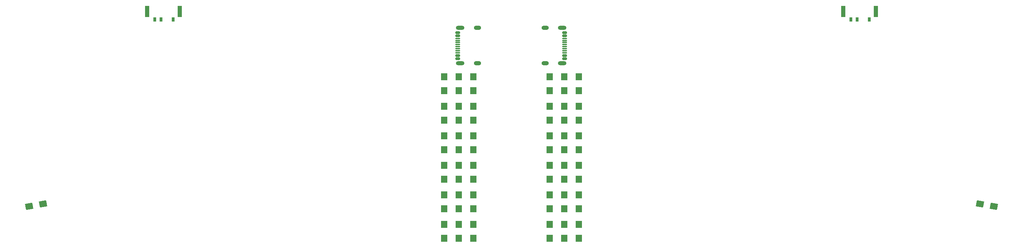
<source format=gtp>
G04 #@! TF.GenerationSoftware,KiCad,Pcbnew,8.0.5*
G04 #@! TF.CreationDate,2024-10-21T12:31:17+08:00*
G04 #@! TF.ProjectId,totem_0_3_usb_c,746f7465-6d5f-4305-9f33-5f7573625f63,0.3*
G04 #@! TF.SameCoordinates,Original*
G04 #@! TF.FileFunction,Paste,Top*
G04 #@! TF.FilePolarity,Positive*
%FSLAX46Y46*%
G04 Gerber Fmt 4.6, Leading zero omitted, Abs format (unit mm)*
G04 Created by KiCad (PCBNEW 8.0.5) date 2024-10-21 12:31:17*
%MOMM*%
%LPD*%
G01*
G04 APERTURE LIST*
G04 Aperture macros list*
%AMRoundRect*
0 Rectangle with rounded corners*
0 $1 Rounding radius*
0 $2 $3 $4 $5 $6 $7 $8 $9 X,Y pos of 4 corners*
0 Add a 4 corners polygon primitive as box body*
4,1,4,$2,$3,$4,$5,$6,$7,$8,$9,$2,$3,0*
0 Add four circle primitives for the rounded corners*
1,1,$1+$1,$2,$3*
1,1,$1+$1,$4,$5*
1,1,$1+$1,$6,$7*
1,1,$1+$1,$8,$9*
0 Add four rect primitives between the rounded corners*
20,1,$1+$1,$2,$3,$4,$5,0*
20,1,$1+$1,$4,$5,$6,$7,0*
20,1,$1+$1,$6,$7,$8,$9,0*
20,1,$1+$1,$8,$9,$2,$3,0*%
%AMRotRect*
0 Rectangle, with rotation*
0 The origin of the aperture is its center*
0 $1 length*
0 $2 width*
0 $3 Rotation angle, in degrees counterclockwise*
0 Add horizontal line*
21,1,$1,$2,0,0,$3*%
G04 Aperture macros list end*
%ADD10R,1.500000X1.800000*%
%ADD11RoundRect,0.150000X-0.425000X0.150000X-0.425000X-0.150000X0.425000X-0.150000X0.425000X0.150000X0*%
%ADD12RoundRect,0.075000X-0.500000X0.075000X-0.500000X-0.075000X0.500000X-0.075000X0.500000X0.075000X0*%
%ADD13O,2.100000X1.000000*%
%ADD14O,1.800000X1.000000*%
%ADD15R,0.700000X1.000000*%
%ADD16R,1.000000X2.800000*%
%ADD17RotRect,1.800000X1.500000X170.000000*%
%ADD18RotRect,1.800000X1.500000X10.000000*%
%ADD19RoundRect,0.150000X0.425000X-0.150000X0.425000X0.150000X-0.425000X0.150000X-0.425000X-0.150000X0*%
%ADD20RoundRect,0.075000X0.500000X-0.075000X0.500000X0.075000X-0.500000X0.075000X-0.500000X-0.075000X0*%
G04 APERTURE END LIST*
D10*
X162872435Y-67194348D03*
X162872435Y-70594348D03*
X137127565Y-74393348D03*
X137127565Y-77793348D03*
X166422435Y-103194348D03*
X166422435Y-106594348D03*
X159322435Y-81597348D03*
X159322435Y-84997348D03*
X162872435Y-88796348D03*
X162872435Y-92196348D03*
D11*
X162974000Y-56400000D03*
X162974000Y-57200000D03*
D12*
X162974000Y-58350000D03*
X162974000Y-59350000D03*
X162974000Y-59850000D03*
X162974000Y-60850000D03*
D11*
X162974000Y-62000000D03*
X162974000Y-62800000D03*
X162974000Y-62800000D03*
X162974000Y-62000000D03*
D12*
X162974000Y-61350000D03*
X162974000Y-60350000D03*
X162974000Y-58850000D03*
X162974000Y-57850000D03*
D11*
X162974000Y-57200000D03*
X162974000Y-56400000D03*
D13*
X162399000Y-55280000D03*
D14*
X158219000Y-55280000D03*
D13*
X162399000Y-63920000D03*
D14*
X158219000Y-63920000D03*
D10*
X166422435Y-67194348D03*
X166422435Y-70594348D03*
X140677565Y-67194348D03*
X140677565Y-70594348D03*
D15*
X67500000Y-53200000D03*
X64500000Y-53200000D03*
X63000000Y-53200000D03*
D16*
X69100000Y-51300000D03*
X61150000Y-51300000D03*
D17*
X267674173Y-98795202D03*
X264325827Y-98204798D03*
D10*
X162872435Y-81597348D03*
X162872435Y-84997348D03*
X137127565Y-103194348D03*
X137127565Y-106594348D03*
D15*
X237300000Y-53200000D03*
X234300000Y-53200000D03*
X232800000Y-53200000D03*
D16*
X238900000Y-51300000D03*
X230950000Y-51300000D03*
D10*
X137127565Y-88796348D03*
X137127565Y-92196348D03*
X137127565Y-81597348D03*
X137127565Y-84997348D03*
X159322435Y-103194348D03*
X159322435Y-106594348D03*
X162872435Y-103194348D03*
X162872435Y-106594348D03*
X133577565Y-74393348D03*
X133577565Y-77793348D03*
X159322435Y-67194348D03*
X159322435Y-70594348D03*
X162872435Y-95995348D03*
X162872435Y-99395348D03*
X159322435Y-88796348D03*
X159322435Y-92196348D03*
X166422435Y-95995348D03*
X166422435Y-99395348D03*
X133577565Y-88796348D03*
X133577565Y-92196348D03*
D18*
X32325827Y-98795202D03*
X35674173Y-98204798D03*
D10*
X140677565Y-81592348D03*
X140677565Y-84992348D03*
X133577565Y-81597348D03*
X133577565Y-84997348D03*
X159322435Y-95995348D03*
X159322435Y-99395348D03*
X140677565Y-95995348D03*
X140677565Y-99395348D03*
X140677565Y-88796348D03*
X140677565Y-92196348D03*
X133577565Y-103194348D03*
X133577565Y-106594348D03*
X137127565Y-67194348D03*
X137127565Y-70594348D03*
X133577565Y-67194348D03*
X133577565Y-70594348D03*
X137127565Y-95995348D03*
X137127565Y-99395348D03*
X166422435Y-81597348D03*
X166422435Y-84997348D03*
X140677565Y-103194348D03*
X140677565Y-106594348D03*
X159322435Y-74393348D03*
X159322435Y-77793348D03*
D19*
X136929000Y-62800000D03*
X136929000Y-62000000D03*
D20*
X136929000Y-60850000D03*
X136929000Y-59850000D03*
X136929000Y-59350000D03*
X136929000Y-58350000D03*
D19*
X136929000Y-57200000D03*
X136929000Y-56400000D03*
X136929000Y-56400000D03*
X136929000Y-57200000D03*
D20*
X136929000Y-57850000D03*
X136929000Y-58850000D03*
X136929000Y-60350000D03*
X136929000Y-61350000D03*
D19*
X136929000Y-62000000D03*
X136929000Y-62800000D03*
D13*
X137504000Y-63920000D03*
D14*
X141684000Y-63920000D03*
D13*
X137504000Y-55280000D03*
D14*
X141684000Y-55280000D03*
D10*
X140677565Y-74393348D03*
X140677565Y-77793348D03*
X166422435Y-74393348D03*
X166422435Y-77793348D03*
X166422435Y-88796348D03*
X166422435Y-92196348D03*
X133577565Y-95995348D03*
X133577565Y-99395348D03*
X162872435Y-74393348D03*
X162872435Y-77793348D03*
M02*

</source>
